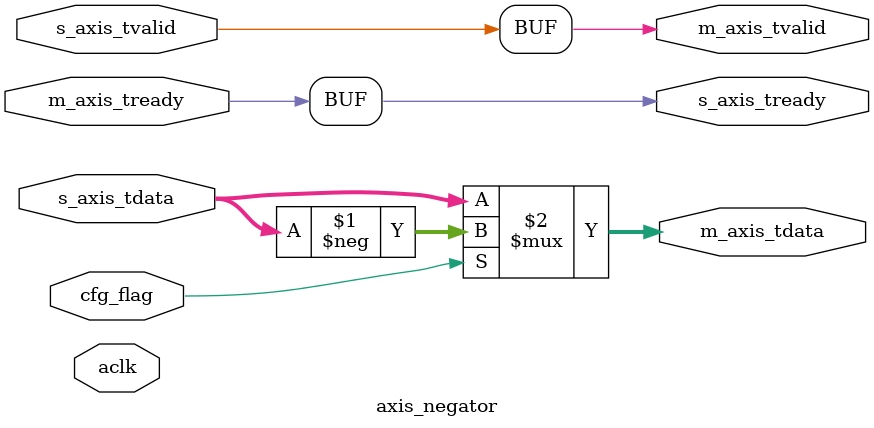
<source format=v>

`timescale 1 ns / 1 ps

module axis_negator #
(
  parameter integer AXIS_TDATA_WIDTH = 32
)
(
  // System signals
  input  wire                        aclk,

  input  wire                        cfg_flag,

  // Slave side
  output wire                        s_axis_tready,
  input  wire [AXIS_TDATA_WIDTH-1:0] s_axis_tdata,
  input  wire                        s_axis_tvalid,

  // Master side
  input  wire                        m_axis_tready,
  output wire [AXIS_TDATA_WIDTH-1:0] m_axis_tdata,
  output wire                        m_axis_tvalid
);

  assign s_axis_tready = m_axis_tready;
  assign m_axis_tdata = cfg_flag ? -$signed(s_axis_tdata) : s_axis_tdata;
  assign m_axis_tvalid = s_axis_tvalid;

endmodule

</source>
